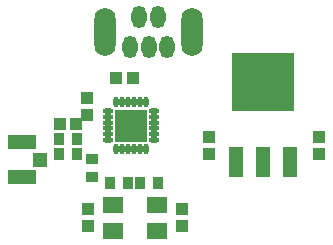
<source format=gbs>
%FSAX24Y24*%
%MOIN*%
G70*
G01*
G75*
G04 Layer_Color=16711935*
%ADD10C,0.0394*%
%ADD11R,0.0118X0.0630*%
%ADD12O,0.0118X0.0630*%
%ADD13R,0.0315X0.0354*%
%ADD14O,0.0807X0.0236*%
%ADD15O,0.0236X0.0807*%
%ADD16R,0.0354X0.0315*%
%ADD17R,0.0354X0.0276*%
%ADD18C,0.0157*%
%ADD19C,0.0100*%
%ADD20R,0.1075X0.1032*%
%ADD21O,0.0433X0.0669*%
%ADD22C,0.0157*%
%ADD23O,0.0630X0.1535*%
%ADD24O,0.0591X0.0866*%
%ADD25C,0.0350*%
%ADD26R,0.1299X0.0945*%
%ADD27R,0.0394X0.0945*%
%ADD28R,0.0276X0.0354*%
%ADD29O,0.0276X0.0098*%
%ADD30O,0.0098X0.0276*%
%ADD31R,0.1024X0.1024*%
%ADD32R,0.0413X0.0394*%
%ADD33R,0.0866X0.0413*%
%ADD34R,0.0630X0.0492*%
%ADD35C,0.0104*%
%ADD36C,0.1080*%
%ADD37C,0.0297*%
%ADD38R,0.1504X0.1154*%
%ADD39R,0.0197X0.1063*%
%ADD40R,0.1126X0.0197*%
%ADD41R,0.1169X0.0197*%
%ADD42R,0.1098X0.0197*%
%ADD43R,0.0197X0.0945*%
%ADD44R,0.0197X0.0984*%
%ADD45R,0.1114X0.0197*%
%ADD46R,0.0197X0.1969*%
%ADD47R,0.1957X0.0354*%
%ADD48R,0.2012X0.0197*%
%ADD49R,0.1130X0.0197*%
%ADD50R,0.0197X0.1173*%
%ADD51C,0.0474*%
%ADD52R,0.0198X0.0710*%
%ADD53O,0.0198X0.0710*%
%ADD54R,0.0395X0.0434*%
%ADD55O,0.0878X0.0307*%
%ADD56O,0.0307X0.0878*%
%ADD57R,0.0434X0.0395*%
%ADD58R,0.0434X0.0356*%
%ADD59O,0.0513X0.0749*%
%ADD60C,0.0237*%
%ADD61O,0.0710X0.1615*%
%ADD62O,0.0671X0.0946*%
%ADD63C,0.0430*%
%ADD64R,0.2051X0.1921*%
%ADD65R,0.1379X0.1025*%
%ADD66R,0.0474X0.1025*%
%ADD67R,0.0356X0.0434*%
%ADD68O,0.0346X0.0169*%
%ADD69O,0.0169X0.0346*%
%ADD70R,0.1094X0.1094*%
%ADD71R,0.0493X0.0474*%
%ADD72R,0.0946X0.0493*%
%ADD73R,0.0710X0.0572*%
D54*
X004248Y004480D02*
D03*
X004799D02*
D03*
X006681Y006004D02*
D03*
X006130D02*
D03*
D57*
X008303Y001075D02*
D03*
Y001626D02*
D03*
X005193Y001626D02*
D03*
Y001075D02*
D03*
X005154Y005327D02*
D03*
Y004776D02*
D03*
X012870Y003476D02*
D03*
Y004028D02*
D03*
X009221Y003475D02*
D03*
Y004026D02*
D03*
D58*
X005311Y003299D02*
D03*
Y002709D02*
D03*
D59*
X006886Y008043D02*
D03*
X007516D02*
D03*
X006571Y007020D02*
D03*
X007831Y007020D02*
D03*
X007201Y007020D02*
D03*
D61*
X005764Y007531D02*
D03*
X008638D02*
D03*
D62*
X008638Y007835D02*
D03*
Y007228D02*
D03*
Y007633D02*
D03*
Y007430D02*
D03*
X005764D02*
D03*
Y007633D02*
D03*
Y007228D02*
D03*
Y007835D02*
D03*
D63*
X006385Y004183D02*
D03*
X006857D02*
D03*
X006385Y004655D02*
D03*
X006857D02*
D03*
D64*
X011030Y005886D02*
D03*
D65*
X011021Y005492D02*
D03*
D66*
X010116Y003209D02*
D03*
X011021D02*
D03*
X011927D02*
D03*
D67*
X004228Y003969D02*
D03*
X004819D02*
D03*
X005930Y002495D02*
D03*
X006520D02*
D03*
X004228Y003457D02*
D03*
X004819D02*
D03*
X006930Y002495D02*
D03*
X007520D02*
D03*
D68*
X005854Y003927D02*
D03*
Y004124D02*
D03*
Y004320D02*
D03*
Y004517D02*
D03*
Y004714D02*
D03*
Y004911D02*
D03*
X007389D02*
D03*
Y004714D02*
D03*
Y004517D02*
D03*
Y004320D02*
D03*
Y004124D02*
D03*
Y003927D02*
D03*
D69*
X006129Y005187D02*
D03*
X006326D02*
D03*
X006523D02*
D03*
X006720D02*
D03*
X006917D02*
D03*
X007113D02*
D03*
Y003651D02*
D03*
X006917D02*
D03*
X006720D02*
D03*
X006523D02*
D03*
X006326D02*
D03*
X006129D02*
D03*
D70*
X006621Y004419D02*
D03*
D71*
X003589Y003280D02*
D03*
D72*
X002988Y002699D02*
D03*
Y003860D02*
D03*
D73*
X006020Y000917D02*
D03*
Y001783D02*
D03*
X007476D02*
D03*
Y000917D02*
D03*
M02*

</source>
